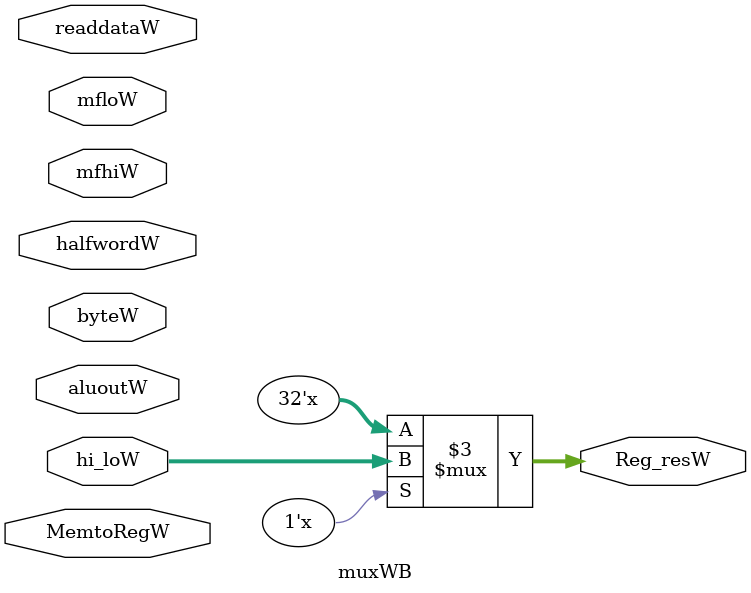
<source format=v>
`timescale 1ns / 1ps

module muxWB (
    input[31:0] aluoutW,
    input[31:0] readdataW,
    input[31:0] halfwordW,
    input[31:0] byteW,
    input[1:0] MemtoRegW,
    input mfloW,
    input mfhiW,
    input[31:0] hi_loW,
    output reg[31:0] Reg_resW
);
    reg[31:0] resultW;
    reg tmp = 0;
    always @(*) 
    begin
        case (MemtoRegW)
            0: resultW <= aluoutW;
            1: resultW <= readdataW;
            2: resultW <= halfwordW;
            3: resultW <= byteW;
        endcase   
        tmp <= mfloW | mfhiW;
        Reg_resW <= tmp ? hi_loW : resultW;
    end
    initial begin
        Reg_resW = 0;
    end
endmodule
</source>
